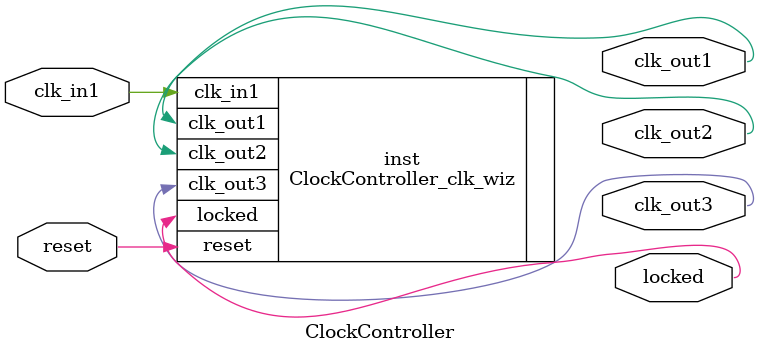
<source format=v>


`timescale 1ps/1ps

(* CORE_GENERATION_INFO = "ClockController,clk_wiz_v6_0_2_0_0,{component_name=ClockController,use_phase_alignment=true,use_min_o_jitter=true,use_max_i_jitter=false,use_dyn_phase_shift=false,use_inclk_switchover=false,use_dyn_reconfig=false,enable_axi=0,feedback_source=FDBK_AUTO,PRIMITIVE=MMCM,num_out_clk=3,clkin1_period=10.000,clkin2_period=10.000,use_power_down=false,use_reset=true,use_locked=true,use_inclk_stopped=false,feedback_type=SINGLE,CLOCK_MGR_TYPE=NA,manual_override=false}" *)

module ClockController 
 (
  // Clock out ports
  output        clk_out1,
  output        clk_out2,
  output        clk_out3,
  // Status and control signals
  input         reset,
  output        locked,
 // Clock in ports
  input         clk_in1
 );

  ClockController_clk_wiz inst
  (
  // Clock out ports  
  .clk_out1(clk_out1),
  .clk_out2(clk_out2),
  .clk_out3(clk_out3),
  // Status and control signals               
  .reset(reset), 
  .locked(locked),
 // Clock in ports
  .clk_in1(clk_in1)
  );

endmodule

</source>
